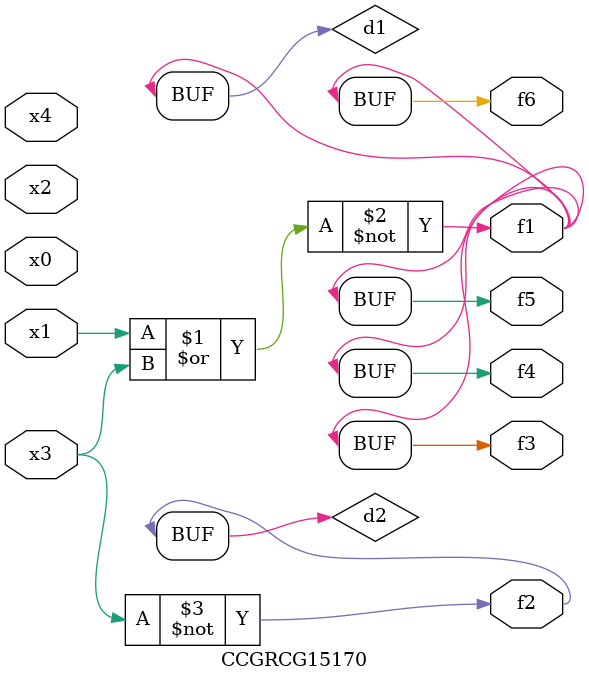
<source format=v>
module CCGRCG15170(
	input x0, x1, x2, x3, x4,
	output f1, f2, f3, f4, f5, f6
);

	wire d1, d2;

	nor (d1, x1, x3);
	not (d2, x3);
	assign f1 = d1;
	assign f2 = d2;
	assign f3 = d1;
	assign f4 = d1;
	assign f5 = d1;
	assign f6 = d1;
endmodule

</source>
